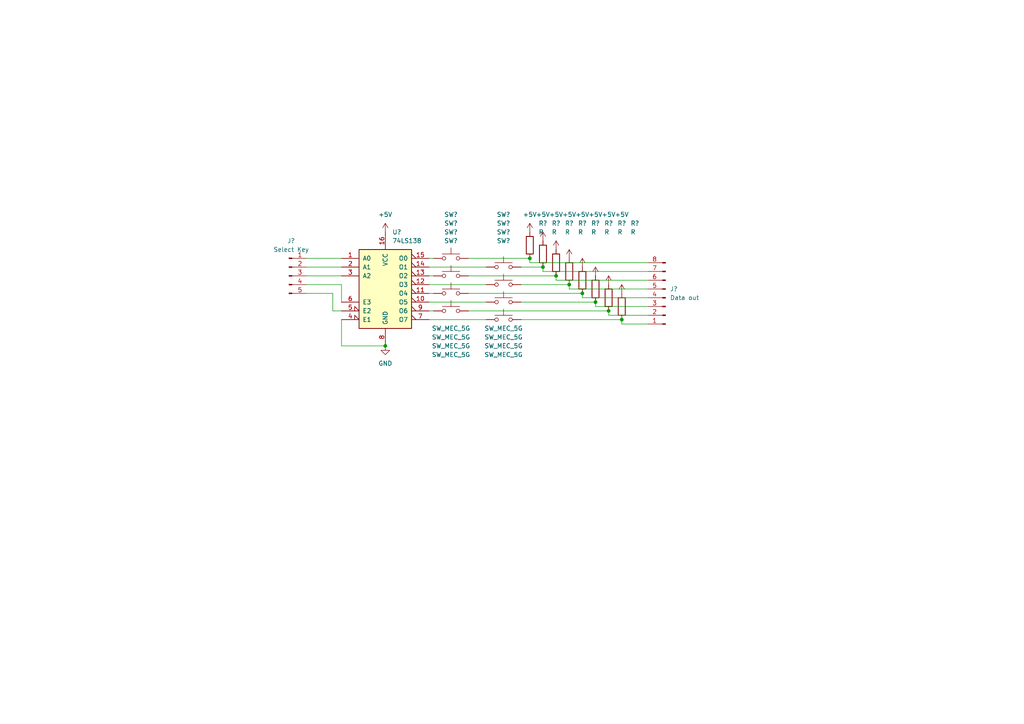
<source format=kicad_sch>
(kicad_sch (version 20211123) (generator eeschema)
  (paper "A4")
  (lib_symbols
    (symbol "74xx:74LS138" (pin_names (offset 1.016))
      (property "Reference" "U" (at -7.62 11.43 0))
      (property "Value" "74LS138" (at -7.62 -13.97 0))
      (symbol "74LS138_1_0"
        (pin input line (at -12.7 7.62 0) (length 5.08) (name "A0") (number "1"))
        (pin output output_low (at 12.7 -5.08 180) (length 5.08) (name "O5") (number "10"))
        (pin output output_low (at 12.7 -2.54 180) (length 5.08) (name "O4") (number "11"))
        (pin output output_low (at 12.7 0 180) (length 5.08) (name "O3") (number "12"))
        (pin output output_low (at 12.7 2.54 180) (length 5.08) (name "O2") (number "13"))
        (pin output output_low (at 12.7 5.08 180) (length 5.08) (name "O1") (number "14"))
        (pin output output_low (at 12.7 7.62 180) (length 5.08) (name "O0") (number "15"))
        (pin power_in line (at 0 15.24 270) (length 5.08) (name "VCC") (number "16"))
        (pin input line (at -12.7 5.08 0) (length 5.08) (name "A1") (number "2"))
        (pin input line (at -12.7 2.54 0) (length 5.08) (name "A2") (number "3"))
        (pin input input_low (at -12.7 -10.16 0) (length 5.08) (name "E1") (number "4"))
        (pin input input_low (at -12.7 -7.62 0) (length 5.08) (name "E2") (number "5"))
        (pin input line (at -12.7 -5.08 0) (length 5.08) (name "E3") (number "6"))
        (pin output output_low (at 12.7 -10.16 180) (length 5.08) (name "O7") (number "7"))
        (pin power_in line (at 0 -17.78 90) (length 5.08) (name "GND") (number "8"))
        (pin output output_low (at 12.7 -7.62 180) (length 5.08) (name "O6") (number "9"))
      )
      (symbol "74LS138_1_1"
        (rectangle (start -7.62 10.16) (end 7.62 -12.7) (stroke (width 0.254)) (fill (type background)))
      )
    )
    (symbol "Connector:Conn_01x05_Male" (pin_names (offset 1.016) hide)
      (property "Reference" "J" (at 0 7.62 0))
      (property "Value" "Conn_01x05_Male" (at 0 -7.62 0))
      (symbol "Conn_01x05_Male_1_1"
        (polyline (pts (xy 1.27 -5.08) (xy 0.8636 -5.08)) (stroke (width 0.1524)))
        (polyline (pts (xy 1.27 -2.54) (xy 0.8636 -2.54)) (stroke (width 0.1524)))
        (polyline (pts (xy 1.27 0) (xy 0.8636 0)) (stroke (width 0.1524)))
        (polyline (pts (xy 1.27 2.54) (xy 0.8636 2.54)) (stroke (width 0.1524)))
        (polyline (pts (xy 1.27 5.08) (xy 0.8636 5.08)) (stroke (width 0.1524)))
        (rectangle (start 0.8636 -4.953) (end 0 -5.207) (stroke (width 0.1524)) (fill (type outline)))
        (rectangle (start 0.8636 -2.413) (end 0 -2.667) (stroke (width 0.1524)) (fill (type outline)))
        (rectangle (start 0.8636 0.127) (end 0 -0.127) (stroke (width 0.1524)) (fill (type outline)))
        (rectangle (start 0.8636 2.667) (end 0 2.413) (stroke (width 0.1524)) (fill (type outline)))
        (rectangle (start 0.8636 5.207) (end 0 4.953) (stroke (width 0.1524)) (fill (type outline)))
        (pin passive line (at 5.08 5.08 180) (length 3.81) (name "Pin_1") (number "1"))
        (pin passive line (at 5.08 2.54 180) (length 3.81) (name "Pin_2") (number "2"))
        (pin passive line (at 5.08 0 180) (length 3.81) (name "Pin_3") (number "3"))
        (pin passive line (at 5.08 -2.54 180) (length 3.81) (name "Pin_4") (number "4"))
        (pin passive line (at 5.08 -5.08 180) (length 3.81) (name "Pin_5") (number "5"))
      )
    )
    (symbol "Connector:Conn_01x08_Male" (pin_names (offset 1.016) hide)
      (property "Reference" "J" (at 0 10.16 0))
      (property "Value" "Conn_01x08_Male" (at 0 -12.7 0))
      (symbol "Conn_01x08_Male_1_1"
        (polyline (pts (xy 1.27 -10.16) (xy 0.8636 -10.16)) (stroke (width 0.1524)))
        (polyline (pts (xy 1.27 -7.62) (xy 0.8636 -7.62)) (stroke (width 0.1524)))
        (polyline (pts (xy 1.27 -5.08) (xy 0.8636 -5.08)) (stroke (width 0.1524)))
        (polyline (pts (xy 1.27 -2.54) (xy 0.8636 -2.54)) (stroke (width 0.1524)))
        (polyline (pts (xy 1.27 0) (xy 0.8636 0)) (stroke (width 0.1524)))
        (polyline (pts (xy 1.27 2.54) (xy 0.8636 2.54)) (stroke (width 0.1524)))
        (polyline (pts (xy 1.27 5.08) (xy 0.8636 5.08)) (stroke (width 0.1524)))
        (polyline (pts (xy 1.27 7.62) (xy 0.8636 7.62)) (stroke (width 0.1524)))
        (rectangle (start 0.8636 -10.033) (end 0 -10.287) (stroke (width 0.1524)) (fill (type outline)))
        (rectangle (start 0.8636 -7.493) (end 0 -7.747) (stroke (width 0.1524)) (fill (type outline)))
        (rectangle (start 0.8636 -4.953) (end 0 -5.207) (stroke (width 0.1524)) (fill (type outline)))
        (rectangle (start 0.8636 -2.413) (end 0 -2.667) (stroke (width 0.1524)) (fill (type outline)))
        (rectangle (start 0.8636 0.127) (end 0 -0.127) (stroke (width 0.1524)) (fill (type outline)))
        (rectangle (start 0.8636 2.667) (end 0 2.413) (stroke (width 0.1524)) (fill (type outline)))
        (rectangle (start 0.8636 5.207) (end 0 4.953) (stroke (width 0.1524)) (fill (type outline)))
        (rectangle (start 0.8636 7.747) (end 0 7.493) (stroke (width 0.1524)) (fill (type outline)))
        (pin passive line (at 5.08 7.62 180) (length 3.81) (name "Pin_1") (number "1"))
        (pin passive line (at 5.08 5.08 180) (length 3.81) (name "Pin_2") (number "2"))
        (pin passive line (at 5.08 2.54 180) (length 3.81) (name "Pin_3") (number "3"))
        (pin passive line (at 5.08 0 180) (length 3.81) (name "Pin_4") (number "4"))
        (pin passive line (at 5.08 -2.54 180) (length 3.81) (name "Pin_5") (number "5"))
        (pin passive line (at 5.08 -5.08 180) (length 3.81) (name "Pin_6") (number "6"))
        (pin passive line (at 5.08 -7.62 180) (length 3.81) (name "Pin_7") (number "7"))
        (pin passive line (at 5.08 -10.16 180) (length 3.81) (name "Pin_8") (number "8"))
      )
    )
    (symbol "Device:R" (pin_numbers hide) (pin_names (offset 0))
      (property "Reference" "R" (at 2.032 0 90))
      (property "Value" "R" (at 0 0 90))
      (symbol "R_0_1"
        (rectangle (start -1.016 -2.54) (end 1.016 2.54) (stroke (width 0.254)))
      )
      (symbol "R_1_1"
        (pin passive line (at 0 3.81 270) (length 1.27) (name "~") (number "1"))
        (pin passive line (at 0 -3.81 90) (length 1.27) (name "~") (number "2"))
      )
    )
    (symbol "Switch:SW_MEC_5G" (pin_numbers hide) (pin_names (offset 1.016) hide)
      (property "Reference" "SW" (at 1.27 2.54 0))
      (property "Value" "SW_MEC_5G" (at 0 -1.524 0))
      (symbol "SW_MEC_5G_0_1"
        (circle (center -2.032 0) (radius 0.508))
        (polyline (pts (xy 0 1.27) (xy 0 3.048)))
        (polyline (pts (xy 2.54 1.27) (xy -2.54 1.27)))
        (circle (center 2.032 0) (radius 0.508))
        (pin passive line (at -5.08 0 0) (length 2.54) (name "A") (number "1"))
        (pin passive line (at 5.08 0 180) (length 2.54) (name "B") (number "3"))
      )
      (symbol "SW_MEC_5G_1_1"
        (pin passive line (at -5.08 0 0) (length 2.54) hide (name "A") (number "2"))
        (pin passive line (at 5.08 0 180) (length 2.54) hide (name "B") (number "4"))
      )
    )
    (symbol "power:+5V" (power) (pin_names (offset 0))
      (property "Value" "+5V" (at 0 3.556 0))
      (symbol "+5V_0_1"
        (polyline (pts (xy -0.762 1.27) (xy 0 2.54)))
        (polyline (pts (xy 0 0) (xy 0 2.54)))
        (polyline (pts (xy 0 2.54) (xy 0.762 1.27)))
      )
      (symbol "+5V_1_1"
        (pin power_in line (at 0 0 90) (length 0) hide (name "+5V") (number "1"))
      )
    )
    (symbol "power:GND" (power) (pin_names (offset 0))
      (property "Value" "GND" (at 0 -3.81 0))
      (symbol "GND_0_1"
        (polyline (pts (xy 0 0) (xy 0 -1.27) (xy 1.27 -1.27) (xy 0 -2.54) (xy -1.27 -1.27) (xy 0 -1.27)))
      )
      (symbol "GND_1_1"
        (pin power_in line (at 0 0 270) (length 0) hide (name "GND") (number "1"))
      )
    )
  )
  (junction (at 157.48 77.47))
  (junction (at 153.67 74.93))
  (junction (at 111.76 100.33))
  (junction (at 180.34 92.71))
  (junction (at 176.53 90.17))
  (junction (at 168.91 85.09))
  (junction (at 161.29 80.01))
  (junction (at 165.1 82.55))
  (junction (at 172.72 87.63))
  (wire (pts (xy 99.06 92.71) (xy 99.06 100.33)))
  (wire (pts (xy 168.91 86.36) (xy 168.91 85.09)))
  (wire (pts (xy 187.96 86.36) (xy 168.91 86.36)))
  (wire (pts (xy 151.13 92.71) (xy 180.34 92.71)))
  (wire (pts (xy 187.96 91.44) (xy 176.53 91.44)))
  (wire (pts (xy 124.46 90.17) (xy 125.73 90.17)))
  (wire (pts (xy 187.96 93.98) (xy 180.34 93.98)))
  (wire (pts (xy 187.96 81.28) (xy 161.29 81.28)))
  (wire (pts (xy 153.67 76.2) (xy 153.67 74.93)))
  (wire (pts (xy 157.48 78.74) (xy 157.48 77.47)))
  (wire (pts (xy 124.46 77.47) (xy 140.97 77.47)))
  (wire (pts (xy 187.96 88.9) (xy 172.72 88.9)))
  (wire (pts (xy 124.46 92.71) (xy 140.97 92.71)))
  (wire (pts (xy 88.9 85.09) (xy 96.52 85.09)))
  (wire (pts (xy 124.46 80.01) (xy 125.73 80.01)))
  (wire (pts (xy 135.89 80.01) (xy 161.29 80.01)))
  (wire (pts (xy 151.13 87.63) (xy 172.72 87.63)))
  (wire (pts (xy 124.46 85.09) (xy 125.73 85.09)))
  (wire (pts (xy 176.53 91.44) (xy 176.53 90.17)))
  (wire (pts (xy 99.06 100.33) (xy 111.76 100.33)))
  (wire (pts (xy 96.52 90.17) (xy 99.06 90.17)))
  (wire (pts (xy 135.89 74.93) (xy 153.67 74.93)))
  (wire (pts (xy 161.29 81.28) (xy 161.29 80.01)))
  (wire (pts (xy 165.1 83.82) (xy 165.1 82.55)))
  (wire (pts (xy 124.46 74.93) (xy 125.73 74.93)))
  (wire (pts (xy 187.96 76.2) (xy 153.67 76.2)))
  (wire (pts (xy 172.72 88.9) (xy 172.72 87.63)))
  (wire (pts (xy 88.9 80.01) (xy 99.06 80.01)))
  (wire (pts (xy 180.34 93.98) (xy 180.34 92.71)))
  (wire (pts (xy 151.13 77.47) (xy 157.48 77.47)))
  (wire (pts (xy 187.96 83.82) (xy 165.1 83.82)))
  (wire (pts (xy 88.9 74.93) (xy 99.06 74.93)))
  (wire (pts (xy 88.9 77.47) (xy 99.06 77.47)))
  (wire (pts (xy 135.89 85.09) (xy 168.91 85.09)))
  (wire (pts (xy 99.06 82.55) (xy 99.06 87.63)))
  (wire (pts (xy 135.89 90.17) (xy 176.53 90.17)))
  (wire (pts (xy 124.46 87.63) (xy 140.97 87.63)))
  (wire (pts (xy 187.96 78.74) (xy 157.48 78.74)))
  (wire (pts (xy 151.13 82.55) (xy 165.1 82.55)))
  (wire (pts (xy 96.52 85.09) (xy 96.52 90.17)))
  (wire (pts (xy 88.9 82.55) (xy 99.06 82.55)))
  (wire (pts (xy 124.46 82.55) (xy 140.97 82.55)))
  (symbol (lib_id "Switch:SW_MEC_5G") (at 130.81 80.01 0) (unit 1)
    (property "Reference" "SW?" (at 130.81 69.85 0))
    (property "Value" "SW_MEC_5G" (at 130.81 100.33 0))
    (property "Datasheet" "http://www.apem.com/int/index.php?controller=attachment&id_attachment=488" (effects hide))
  )
  (symbol (lib_id "power:+5V") (at 172.72 80.01 0) (unit 1)
    (property "Reference" "#PWR?" (effects hide))
    (property "Value" "+5V" (at 172.72 62.23 0))
  )
  (symbol (lib_id "Device:R") (at 176.53 86.36 0) (unit 1)
    (property "Reference" "R?" (at 179.07 64.77 0) (effects (justify left)))
    (property "Value" "R" (at 179.07 67.31 0) (effects (justify left)))
  )
  (symbol (lib_id "Switch:SW_MEC_5G") (at 130.81 74.93 0) (unit 1)
    (property "Reference" "SW?" (at 130.81 67.31 0))
    (property "Value" "SW_MEC_5G" (at 130.81 102.87 0))
    (property "Datasheet" "http://www.apem.com/int/index.php?controller=attachment&id_attachment=488" (effects hide))
  )
  (symbol (lib_id "Device:R") (at 168.91 81.28 0) (unit 1)
    (property "Reference" "R?" (at 171.45 64.77 0) (effects (justify left)))
    (property "Value" "R" (at 171.45 67.31 0) (effects (justify left)))
  )
  (symbol (lib_id "Switch:SW_MEC_5G") (at 130.81 90.17 0) (unit 1)
    (property "Reference" "SW?" (at 130.81 62.23 0))
    (property "Value" "SW_MEC_5G" (at 130.81 95.25 0))
    (property "Datasheet" "http://www.apem.com/int/index.php?controller=attachment&id_attachment=488" (effects hide))
  )
  (symbol (lib_id "Switch:SW_MEC_5G") (at 146.05 92.71 0) (unit 1)
    (property "Reference" "SW?" (at 146.05 62.23 0))
    (property "Value" "SW_MEC_5G" (at 146.05 95.25 0))
    (property "Datasheet" "http://www.apem.com/int/index.php?controller=attachment&id_attachment=488" (effects hide))
  )
  (symbol (lib_id "Device:R") (at 161.29 76.2 0) (unit 1)
    (property "Reference" "R?" (at 163.83 64.77 0) (effects (justify left)))
    (property "Value" "R" (at 163.83 67.31 0) (effects (justify left)))
  )
  (symbol (lib_id "power:+5V") (at 153.67 67.31 0) (unit 1)
    (property "Reference" "#PWR?" (effects hide))
    (property "Value" "+5V" (at 153.67 62.23 0))
  )
  (symbol (lib_id "Switch:SW_MEC_5G") (at 146.05 82.55 0) (unit 1)
    (property "Reference" "SW?" (at 146.05 67.31 0))
    (property "Value" "SW_MEC_5G" (at 146.05 100.33 0))
    (property "Datasheet" "http://www.apem.com/int/index.php?controller=attachment&id_attachment=488" (effects hide))
  )
  (symbol (lib_id "power:+5V") (at 168.91 77.47 0) (unit 1)
    (property "Reference" "#PWR?" (effects hide))
    (property "Value" "+5V" (at 168.91 62.23 0))
  )
  (symbol (lib_id "Switch:SW_MEC_5G") (at 130.81 85.09 0) (unit 1)
    (property "Reference" "SW?" (at 130.81 64.77 0))
    (property "Value" "SW_MEC_5G" (at 130.81 97.79 0))
    (property "Datasheet" "http://www.apem.com/int/index.php?controller=attachment&id_attachment=488" (effects hide))
  )
  (symbol (lib_id "power:GND") (at 111.76 100.33 0) (unit 1)
    (property "Reference" "#PWR?" (effects hide))
    (property "Value" "GND" (at 111.76 105.41 0))
  )
  (symbol (lib_id "Device:R") (at 157.48 73.66 0) (unit 1)
    (property "Reference" "R?" (at 160.02 64.77 0) (effects (justify left)))
    (property "Value" "R" (at 160.02 67.31 0) (effects (justify left)))
  )
  (symbol (lib_id "power:+5V") (at 111.76 67.31 0) (unit 1)
    (property "Reference" "#PWR?" (effects hide))
    (property "Value" "+5V" (at 111.76 62.23 0))
  )
  (symbol (lib_id "power:+5V") (at 157.48 69.85 0) (unit 1)
    (property "Reference" "#PWR?" (effects hide))
    (property "Value" "+5V" (at 157.48 62.23 0))
  )
  (symbol (lib_id "Switch:SW_MEC_5G") (at 146.05 87.63 0) (unit 1)
    (property "Reference" "SW?" (at 146.05 64.77 0))
    (property "Value" "SW_MEC_5G" (at 146.05 97.79 0))
    (property "Datasheet" "http://www.apem.com/int/index.php?controller=attachment&id_attachment=488" (effects hide))
  )
  (symbol (lib_id "power:+5V") (at 161.29 72.39 0) (unit 1)
    (property "Reference" "#PWR?" (effects hide))
    (property "Value" "+5V" (at 161.29 62.23 0))
  )
  (symbol (lib_id "Device:R") (at 180.34 88.9 0) (unit 1)
    (property "Reference" "R?" (at 182.88 64.77 0) (effects (justify left)))
    (property "Value" "R" (at 182.88 67.31 0) (effects (justify left)))
  )
  (symbol (lib_id "power:+5V") (at 165.1 74.93 0) (unit 1)
    (property "Reference" "#PWR?" (effects hide))
    (property "Value" "+5V" (at 165.1 62.23 0))
  )
  (symbol (lib_id "power:+5V") (at 176.53 82.55 0) (unit 1)
    (property "Reference" "#PWR?" (effects hide))
    (property "Value" "+5V" (at 176.53 62.23 0))
  )
  (symbol (lib_id "Connector:Conn_01x05_Male") (at 83.82 80.01 0) (unit 1)
    (property "Reference" "J?" (at 84.455 69.85 0))
    (property "Value" "Select Key" (at 84.455 72.39 0))
  )
  (symbol (lib_id "Connector:Conn_01x08_Male") (at 193.04 86.36 180) (unit 1)
    (property "Reference" "J?" (at 194.31 83.8199 0) (effects (justify right)))
    (property "Value" "Data out" (at 194.31 86.3599 0) (effects (justify right)))
  )
  (symbol (lib_id "74xx:74LS138") (at 111.76 82.55 0) (unit 1)
    (property "Reference" "U?" (at 113.7794 67.31 0) (effects (justify left)))
    (property "Value" "74LS138" (at 113.7794 69.85 0) (effects (justify left)))
    (property "Datasheet" "http://www.ti.com/lit/gpn/sn74LS138" (effects hide))
  )
  (symbol (lib_id "Device:R") (at 165.1 78.74 0) (unit 1)
    (property "Reference" "R?" (at 167.64 64.77 0) (effects (justify left)))
    (property "Value" "R" (at 167.64 67.31 0) (effects (justify left)))
  )
  (symbol (lib_id "Switch:SW_MEC_5G") (at 146.05 77.47 0) (unit 1)
    (property "Reference" "SW?" (at 146.05 69.85 0))
    (property "Value" "SW_MEC_5G" (at 146.05 102.87 0))
    (property "Datasheet" "http://www.apem.com/int/index.php?controller=attachment&id_attachment=488" (effects hide))
  )
  (symbol (lib_id "Device:R") (at 153.67 71.12 0) (unit 1)
    (property "Reference" "R?" (at 156.21 64.77 0) (effects (justify left)))
    (property "Value" "R" (at 156.21 67.31 0) (effects (justify left)))
  )
  (symbol (lib_id "power:+5V") (at 180.34 85.09 0) (unit 1)
    (property "Reference" "#PWR?" (effects hide))
    (property "Value" "+5V" (at 180.34 62.23 0))
  )
  (symbol (lib_id "Device:R") (at 172.72 83.82 0) (unit 1)
    (property "Reference" "R?" (at 175.26 64.77 0) (effects (justify left)))
    (property "Value" "R" (at 175.26 67.31 0) (effects (justify left)))
  )
)
</source>
